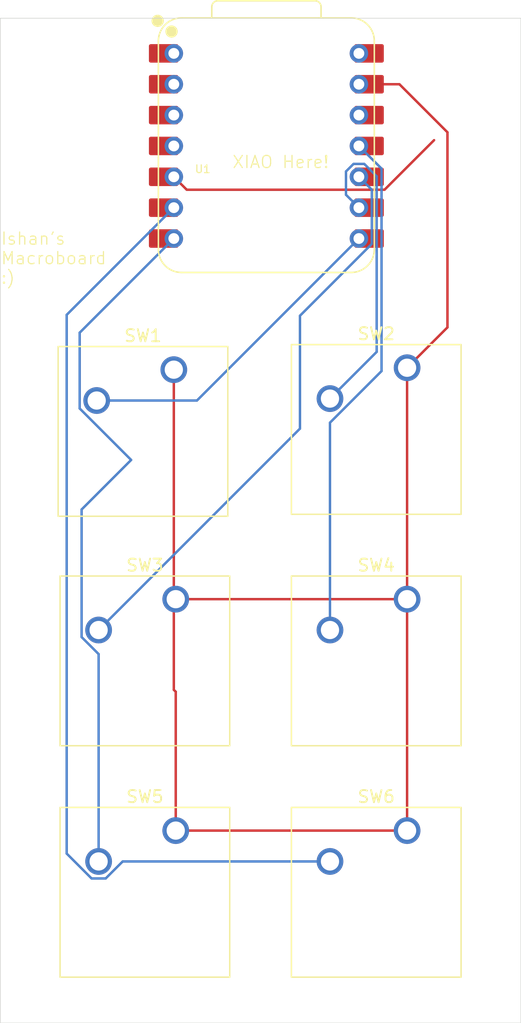
<source format=kicad_pcb>
(kicad_pcb (version 20241229) (generator "pcbnew") (generator_version "9.0")
  (layers (0 "F.Cu" signal) (2 "B.Cu" signal) (13 "F.Paste" user) (15 "B.Paste" user) (5 "F.SilkS" user "F.Silkscreen") (7 "B.SilkS" user "B.Silkscreen") (1 "F.Mask" user) (3 "B.Mask" user) (25 "Edge.Cuts" user))
  (net 0 "")
  (net 1 "unconnected-(U1-GPIO6{slash}SDA-Pad5)")
  (net 2 "GND")
  (net 3 "+5V")
  (net 4 "Net-(U1-GPIO1{slash}RX)")
  (net 5 "Net-(U1-GPIO2{slash}SCK)")
  (net 6 "Net-(U1-GPIO4{slash}MISO)")
  (net 7 "Net-(U1-GPIO3{slash}MOSI)")
  (net 8 "Net-(U1-GPIO0{slash}TX)")
  (net 9 "unconnected-(U1-GPIO28{slash}ADC2{slash}A2-Pad3)")
  (net 11 "Net-(U1-GPIO7{slash}SCL)")
  (footprint "Button_Switch_Keyboard:SW_Cherry_MX_1.00u_PCB" (layer "F.Cu") (at 133.50875 71.12)
    (property "Reference" "SW3" (at -2.54 -2.794 0) (layer "F.SilkS"))
    (property "Value" "SW_Push")
    (fp_line (start -9.525 -1.905) (end 4.445 -1.905) (stroke (width 0.12)) (layer "F.SilkS"))
    (fp_line (start -9.525 12.065) (end -9.525 -1.905) (stroke (width 0.12)) (layer "F.SilkS"))
    (fp_line (start 4.445 -1.905) (end 4.445 12.065) (stroke (width 0.12)) (layer "F.SilkS"))
    (fp_line (start 4.445 12.065) (end -9.525 12.065) (stroke (width 0.12)) (layer "F.SilkS"))
    (pad "" np_thru_hole circle (at -7.62 5.08) (size 1.7 1.7) (drill 1.7) (layers "*.Cu" "*.Mask"))
    (pad "" np_thru_hole circle (at -2.54 5.08) (size 4 4) (drill 4) (layers "*.Cu" "*.Mask"))
    (pad "" np_thru_hole circle (at 2.54 5.08) (size 1.7 1.7) (drill 1.7) (layers "*.Cu" "*.Mask"))
    (pad "1" thru_hole circle (at 0 0) (size 2.2 2.2) (drill 1.5) (layers "*.Cu" "*.Mask") (net 2 "GND"))
    (pad "2" thru_hole circle (at -6.35 2.54) (size 2.2 2.2) (drill 1.5) (layers "*.Cu" "*.Mask") (net 6 "Net-(U1-GPIO4{slash}MISO)"))
  )
  (footprint "Button_Switch_Keyboard:SW_Cherry_MX_1.00u_PCB" (layer "F.Cu") (at 152.55875 90.17)
    (property "Reference" "SW6" (at -2.54 -2.794 0) (layer "F.SilkS"))
    (property "Value" "SW_Push")
    (fp_line (start -9.525 -1.905) (end 4.445 -1.905) (stroke (width 0.12)) (layer "F.SilkS"))
    (fp_line (start -9.525 12.065) (end -9.525 -1.905) (stroke (width 0.12)) (layer "F.SilkS"))
    (fp_line (start 4.445 -1.905) (end 4.445 12.065) (stroke (width 0.12)) (layer "F.SilkS"))
    (fp_line (start 4.445 12.065) (end -9.525 12.065) (stroke (width 0.12)) (layer "F.SilkS"))
    (pad "" np_thru_hole circle (at -7.62 5.08) (size 1.7 1.7) (drill 1.7) (layers "*.Cu" "*.Mask"))
    (pad "" np_thru_hole circle (at -2.54 5.08) (size 4 4) (drill 4) (layers "*.Cu" "*.Mask"))
    (pad "" np_thru_hole circle (at 2.54 5.08) (size 1.7 1.7) (drill 1.7) (layers "*.Cu" "*.Mask"))
    (pad "1" thru_hole circle (at 0 0) (size 2.2 2.2) (drill 1.5) (layers "*.Cu" "*.Mask") (net 2 "GND"))
    (pad "2" thru_hole circle (at -6.35 2.54) (size 2.2 2.2) (drill 1.5) (layers "*.Cu" "*.Mask") (net 11 "Net-(U1-GPIO7{slash}SCL)"))
  )
  (footprint "Button_Switch_Keyboard:SW_Cherry_MX_1.00u_PCB" (layer "F.Cu") (at 133.35 52.22875)
    (property "Reference" "SW1" (at -2.54 -2.794 0) (layer "F.SilkS"))
    (property "Value" "SW_Push")
    (fp_line (start -9.525 -1.905) (end 4.445 -1.905) (stroke (width 0.12)) (layer "F.SilkS"))
    (fp_line (start -9.525 12.065) (end -9.525 -1.905) (stroke (width 0.12)) (layer "F.SilkS"))
    (fp_line (start 4.445 -1.905) (end 4.445 12.065) (stroke (width 0.12)) (layer "F.SilkS"))
    (fp_line (start 4.445 12.065) (end -9.525 12.065) (stroke (width 0.12)) (layer "F.SilkS"))
    (pad "" np_thru_hole circle (at -7.62 5.08) (size 1.7 1.7) (drill 1.7) (layers "*.Cu" "*.Mask"))
    (pad "" np_thru_hole circle (at -2.54 5.08) (size 4 4) (drill 4) (layers "*.Cu" "*.Mask"))
    (pad "" np_thru_hole circle (at 2.54 5.08) (size 1.7 1.7) (drill 1.7) (layers "*.Cu" "*.Mask"))
    (pad "1" thru_hole circle (at 0 0) (size 2.2 2.2) (drill 1.5) (layers "*.Cu" "*.Mask") (net 2 "GND"))
    (pad "2" thru_hole circle (at -6.35 2.54) (size 2.2 2.2) (drill 1.5) (layers "*.Cu" "*.Mask") (net 4 "Net-(U1-GPIO1{slash}RX)"))
  )
  (footprint "Button_Switch_Keyboard:SW_Cherry_MX_1.00u_PCB" (layer "F.Cu") (at 152.55875 71.12)
    (property "Reference" "SW4" (at -2.54 -2.794 0) (layer "F.SilkS"))
    (property "Value" "SW_Push")
    (fp_line (start -9.525 -1.905) (end 4.445 -1.905) (stroke (width 0.12)) (layer "F.SilkS"))
    (fp_line (start -9.525 12.065) (end -9.525 -1.905) (stroke (width 0.12)) (layer "F.SilkS"))
    (fp_line (start 4.445 -1.905) (end 4.445 12.065) (stroke (width 0.12)) (layer "F.SilkS"))
    (fp_line (start 4.445 12.065) (end -9.525 12.065) (stroke (width 0.12)) (layer "F.SilkS"))
    (pad "" np_thru_hole circle (at -7.62 5.08) (size 1.7 1.7) (drill 1.7) (layers "*.Cu" "*.Mask"))
    (pad "" np_thru_hole circle (at -2.54 5.08) (size 4 4) (drill 4) (layers "*.Cu" "*.Mask"))
    (pad "" np_thru_hole circle (at 2.54 5.08) (size 1.7 1.7) (drill 1.7) (layers "*.Cu" "*.Mask"))
    (pad "1" thru_hole circle (at 0 0) (size 2.2 2.2) (drill 1.5) (layers "*.Cu" "*.Mask") (net 2 "GND"))
    (pad "2" thru_hole circle (at -6.35 2.54) (size 2.2 2.2) (drill 1.5) (layers "*.Cu" "*.Mask") (net 7 "Net-(U1-GPIO3{slash}MOSI)"))
  )
  (footprint "Button_Switch_Keyboard:SW_Cherry_MX_1.00u_PCB" (layer "F.Cu") (at 152.55875 52.07)
    (property "Reference" "SW2" (at -2.54 -2.794 0) (layer "F.SilkS"))
    (property "Value" "SW_Push")
    (fp_line (start -9.525 -1.905) (end 4.445 -1.905) (stroke (width 0.12)) (layer "F.SilkS"))
    (fp_line (start -9.525 12.065) (end -9.525 -1.905) (stroke (width 0.12)) (layer "F.SilkS"))
    (fp_line (start 4.445 -1.905) (end 4.445 12.065) (stroke (width 0.12)) (layer "F.SilkS"))
    (fp_line (start 4.445 12.065) (end -9.525 12.065) (stroke (width 0.12)) (layer "F.SilkS"))
    (pad "" np_thru_hole circle (at -7.62 5.08) (size 1.7 1.7) (drill 1.7) (layers "*.Cu" "*.Mask"))
    (pad "" np_thru_hole circle (at -2.54 5.08) (size 4 4) (drill 4) (layers "*.Cu" "*.Mask"))
    (pad "" np_thru_hole circle (at 2.54 5.08) (size 1.7 1.7) (drill 1.7) (layers "*.Cu" "*.Mask"))
    (pad "1" thru_hole circle (at 0 0) (size 2.2 2.2) (drill 1.5) (layers "*.Cu" "*.Mask") (net 2 "GND"))
    (pad "2" thru_hole circle (at -6.35 2.54) (size 2.2 2.2) (drill 1.5) (layers "*.Cu" "*.Mask") (net 5 "Net-(U1-GPIO2{slash}SCK)"))
  )
  (footprint "Button_Switch_Keyboard:SW_Cherry_MX_1.00u_PCB" (layer "F.Cu") (at 133.50875 90.17)
    (property "Reference" "SW5" (at -2.54 -2.794 0) (layer "F.SilkS"))
    (property "Value" "SW_Push")
    (fp_line (start -9.525 -1.905) (end 4.445 -1.905) (stroke (width 0.12)) (layer "F.SilkS"))
    (fp_line (start -9.525 12.065) (end -9.525 -1.905) (stroke (width 0.12)) (layer "F.SilkS"))
    (fp_line (start 4.445 -1.905) (end 4.445 12.065) (stroke (width 0.12)) (layer "F.SilkS"))
    (fp_line (start 4.445 12.065) (end -9.525 12.065) (stroke (width 0.12)) (layer "F.SilkS"))
    (pad "" np_thru_hole circle (at -7.62 5.08) (size 1.7 1.7) (drill 1.7) (layers "*.Cu" "*.Mask"))
    (pad "" np_thru_hole circle (at -2.54 5.08) (size 4 4) (drill 4) (layers "*.Cu" "*.Mask"))
    (pad "" np_thru_hole circle (at 2.54 5.08) (size 1.7 1.7) (drill 1.7) (layers "*.Cu" "*.Mask"))
    (pad "1" thru_hole circle (at 0 0) (size 2.2 2.2) (drill 1.5) (layers "*.Cu" "*.Mask") (net 2 "GND"))
    (pad "2" thru_hole circle (at -6.35 2.54) (size 2.2 2.2) (drill 1.5) (layers "*.Cu" "*.Mask") (net 8 "Net-(U1-GPIO0{slash}TX)"))
  )
  (footprint "OPL Library:XIAO-RP2040-DIP" (layer "F.Cu") (at 140.97 33.81375)
    (property "Reference" "U1" (at -5.23875 1.905 0) (layer "F.SilkS") (effects (font (size 0.635 0.635) (thickness 0.1016))))
    (property "Value" "XIAO-RP2040-DIP")
    (fp_line (start -8.89 8.509) (end -8.89 -8.636) (stroke (width 0.127)) (layer "F.SilkS"))
    (fp_line (start -6.985 10.414) (end 6.985 10.414) (stroke (width 0.127)) (layer "F.SilkS"))
    (fp_line (start -4.495 -10.541) (end -4.491272 -11.451272) (stroke (width 0.127)) (layer "F.SilkS"))
    (fp_line (start -3.991272 -11.951) (end 4.004 -11.951) (stroke (width 0.127)) (layer "F.SilkS"))
    (fp_line (start 4.504 -11.451) (end 4.504 -10.541) (stroke (width 0.127)) (layer "F.SilkS"))
    (fp_line (start 6.985 -10.541) (end -6.985 -10.541) (stroke (width 0.1)) (layer "F.SilkS"))
    (fp_line (start 6.985 -10.541) (end -6.985 -10.541) (stroke (width 0.127)) (layer "F.SilkS"))
    (fp_line (start 8.89 8.509) (end 8.89 -8.636) (stroke (width 0.127)) (layer "F.SilkS"))
    (fp_arc (start -8.89 -8.636) (mid -8.332038 -9.983038) (end -6.985 -10.541) (stroke (width 0.127)) (layer "F.SilkS"))
    (fp_arc (start -6.985 10.414) (mid -8.332038 9.856038) (end -8.89 8.509) (stroke (width 0.127)) (layer "F.SilkS"))
    (fp_arc (start -4.491272 -11.451272) (mid -4.344728 -11.80464) (end -3.991272 -11.951) (stroke (width 0.127)) (layer "F.SilkS"))
    (fp_arc (start 4.004 -11.951) (mid 4.357553 -11.804553) (end 4.504 -11.451) (stroke (width 0.127)) (layer "F.SilkS"))
    (fp_arc (start 6.985 -10.541) (mid 8.332038 -9.983038) (end 8.89 -8.636) (stroke (width 0.127)) (layer "F.SilkS"))
    (fp_arc (start 8.89 8.509) (mid 8.332038 9.856038) (end 6.985 10.414) (stroke (width 0.127)) (layer "F.SilkS"))
    (fp_circle (center -8.95 -10.3) (end -8.95 -10.554) (stroke (width 0.5)) (fill yes) (layer "F.SilkS"))
    (fp_circle (center -7.807 -9.42) (end -7.807 -9.674) (stroke (width 0.5)) (fill yes) (layer "F.SilkS"))
    (pad "1" smd roundrect (at -8.455 -7.62 180) (size 2.432 1.524) (layers "F.Cu" "F.Mask") (roundrect_rratio 0.1))
    (pad "1" thru_hole circle (at -7.62 -7.62 180) (size 1.524 1.524) (drill 0.889) (layers "*.Cu" "*.Mask"))
    (pad "2" smd roundrect (at -8.455 -5.08 180) (size 2.432 1.524) (layers "F.Cu" "F.Mask") (roundrect_rratio 0.1))
    (pad "2" thru_hole circle (at -7.62 -5.08 180) (size 1.524 1.524) (drill 0.889) (layers "*.Cu" "*.Mask"))
    (pad "3" smd roundrect (at -8.455 -2.54 180) (size 2.432 1.524) (layers "F.Cu" "F.Mask") (roundrect_rratio 0.1) (net 9 "unconnected-(U1-GPIO28{slash}ADC2{slash}A2-Pad3)"))
    (pad "3" thru_hole circle (at -7.62 -2.54 180) (size 1.524 1.524) (drill 0.889) (layers "*.Cu" "*.Mask") (net 9 "unconnected-(U1-GPIO28{slash}ADC2{slash}A2-Pad3)"))
    (pad "4" smd roundrect (at -8.455 0 180) (size 2.432 1.524) (layers "F.Cu" "F.Mask") (roundrect_rratio 0.1))
    (pad "4" thru_hole circle (at -7.62 0 180) (size 1.524 1.524) (drill 0.889) (layers "*.Cu" "*.Mask"))
    (pad "5" smd roundrect (at -8.455 2.54 180) (size 2.432 1.524) (layers "F.Cu" "F.Mask") (roundrect_rratio 0.1) (net 1 "unconnected-(U1-GPIO6{slash}SDA-Pad5)"))
    (pad "5" thru_hole circle (at -7.62 2.54 180) (size 1.524 1.524) (drill 0.889) (layers "*.Cu" "*.Mask") (net 1 "unconnected-(U1-GPIO6{slash}SDA-Pad5)"))
    (pad "6" smd roundrect (at -8.455 5.08 180) (size 2.432 1.524) (layers "F.Cu" "F.Mask") (roundrect_rratio 0.1) (net 11 "Net-(U1-GPIO7{slash}SCL)"))
    (pad "6" thru_hole circle (at -7.62 5.08 180) (size 1.524 1.524) (drill 0.889) (layers "*.Cu" "*.Mask") (net 11 "Net-(U1-GPIO7{slash}SCL)"))
    (pad "7" smd roundrect (at -8.455 7.62 180) (size 2.432 1.524) (layers "F.Cu" "F.Mask") (roundrect_rratio 0.1) (net 8 "Net-(U1-GPIO0{slash}TX)"))
    (pad "7" thru_hole circle (at -7.62 7.62 180) (size 1.524 1.524) (drill 0.889) (layers "*.Cu" "*.Mask") (net 8 "Net-(U1-GPIO0{slash}TX)"))
    (pad "8" thru_hole circle (at 7.62 7.62) (size 1.524 1.524) (drill 0.889) (layers "*.Cu" "*.Mask") (net 4 "Net-(U1-GPIO1{slash}RX)"))
    (pad "8" smd roundrect (at 8.455 7.62) (size 2.432 1.524) (layers "F.Cu" "F.Mask") (roundrect_rratio 0.1) (net 4 "Net-(U1-GPIO1{slash}RX)"))
    (pad "9" thru_hole circle (at 7.62 5.08) (size 1.524 1.524) (drill 0.889) (layers "*.Cu" "*.Mask") (net 5 "Net-(U1-GPIO2{slash}SCK)"))
    (pad "9" smd roundrect (at 8.455 5.08) (size 2.432 1.524) (layers "F.Cu" "F.Mask") (roundrect_rratio 0.1) (net 5 "Net-(U1-GPIO2{slash}SCK)"))
    (pad "10" thru_hole circle (at 7.62 2.54) (size 1.524 1.524) (drill 0.889) (layers "*.Cu" "*.Mask") (net 6 "Net-(U1-GPIO4{slash}MISO)"))
    (pad "10" smd roundrect (at 8.455 2.54) (size 2.432 1.524) (layers "F.Cu" "F.Mask") (roundrect_rratio 0.1) (net 6 "Net-(U1-GPIO4{slash}MISO)"))
    (pad "11" thru_hole circle (at 7.62 0) (size 1.524 1.524) (drill 0.889) (layers "*.Cu" "*.Mask") (net 7 "Net-(U1-GPIO3{slash}MOSI)"))
    (pad "11" smd roundrect (at 8.455 0) (size 2.432 1.524) (layers "F.Cu" "F.Mask") (roundrect_rratio 0.1) (net 7 "Net-(U1-GPIO3{slash}MOSI)"))
    (pad "12" thru_hole circle (at 7.62 -2.54) (size 1.524 1.524) (drill 0.889) (layers "*.Cu" "*.Mask"))
    (pad "12" smd roundrect (at 8.455 -2.54) (size 2.432 1.524) (layers "F.Cu" "F.Mask") (roundrect_rratio 0.1))
    (pad "13" thru_hole circle (at 7.62 -5.08) (size 1.524 1.524) (drill 0.889) (layers "*.Cu" "*.Mask") (net 2 "GND"))
    (pad "13" smd roundrect (at 8.455 -5.08) (size 2.432 1.524) (layers "F.Cu" "F.Mask") (roundrect_rratio 0.1) (net 2 "GND"))
    (pad "14" thru_hole circle (at 7.62 -7.62) (size 1.524 1.524) (drill 0.889) (layers "*.Cu" "*.Mask") (net 3 "+5V"))
    (pad "14" smd roundrect (at 8.455 -7.62) (size 2.432 1.524) (layers "F.Cu" "F.Mask") (roundrect_rratio 0.1) (net 3 "+5V"))
  )
  (gr_rect (start 119.0625 23.3) (end 161.925 106) (stroke (width 0.05)) (fill no) (layer "Edge.Cuts"))
  (gr_text "Ishan's\nMacroboard\n:)" (at 119.0625 45.24375 0) (layer "F.SilkS") (effects (font (size 1 1) (thickness 0.1)) (justify left bottom)))
  (gr_text "XIAO Here!" (at 138.1125 35.71875 0) (layer "F.SilkS") (effects (font (size 1 1) (thickness 0.1)) (justify left bottom)))
  (segment (start 150.702 37.41675) (end 134.413 37.41675) (width 0.2) (layer "F.Cu") (net 1))
  (segment (start 134.413 37.41675) (end 133.35 36.35375) (width 0.2) (layer "F.Cu") (net 1))
  (segment (start 154.78125 33.3375) (end 150.702 37.41675) (width 0.2) (layer "F.Cu") (net 1))
  (segment (start 152.55875 52.07) (end 152.55875 90.17) (width 0.2) (layer "F.Cu") (net 2))
  (segment (start 133.50875 71.12) (end 152.55875 71.12) (width 0.2) (layer "F.Cu") (net 2))
  (segment (start 133.50875 90.17) (end 152.55875 90.17) (width 0.2) (layer "F.Cu") (net 2))
  (segment (start 155.88225 48.7465) (end 152.55875 52.07) (width 0.2) (layer "F.Cu") (net 2))
  (segment (start 151.9275 28.73375) (end 148.59 28.73375) (width 0.2) (layer "F.Cu") (net 2))
  (segment (start 154.78125 31.5875) (end 151.9275 28.73375) (width 0.2) (layer "F.Cu") (net 2))
  (segment (start 133.35 52.22875) (end 133.35 78.58125) (width 0.2) (layer "F.Cu") (net 2))
  (segment (start 154.78125 31.5875) (end 155.88225 32.6885) (width 0.2) (layer "F.Cu") (net 2))
  (segment (start 155.88225 32.6885) (end 155.88225 48.7465) (width 0.2) (layer "F.Cu") (net 2))
  (segment (start 133.50875 78.74) (end 133.50875 90.17) (width 0.2) (layer "F.Cu") (net 2))
  (segment (start 133.35 78.58125) (end 133.50875 78.74) (width 0.2) (layer "F.Cu") (net 2))
  (segment (start 135.255 54.76875) (end 148.59 41.43375) (width 0.2) (layer "B.Cu") (net 4))
  (segment (start 127 54.76875) (end 135.255 54.76875) (width 0.2) (layer "B.Cu") (net 4))
  (segment (start 149.03031 35.29075) (end 148.14969 35.29075) (width 0.2) (layer "B.Cu") (net 5))
  (segment (start 146.20875 54.61) (end 150.054 50.76475) (width 0.2) (layer "B.Cu") (net 5))
  (segment (start 147.527 37.83075) (end 148.59 38.89375) (width 0.2) (layer "B.Cu") (net 5))
  (segment (start 147.527 35.91344) (end 147.527 37.83075) (width 0.2) (layer "B.Cu") (net 5))
  (segment (start 150.054 36.31444) (end 149.03031 35.29075) (width 0.2) (layer "B.Cu") (net 5))
  (segment (start 148.14969 35.29075) (end 147.527 35.91344) (width 0.2) (layer "B.Cu") (net 5))
  (segment (start 150.054 50.76475) (end 150.054 36.31444) (width 0.2) (layer "B.Cu") (net 5))
  (segment (start 149.653 37.41675) (end 148.59 36.35375) (width 0.2) (layer "B.Cu") (net 6))
  (segment (start 127.15875 73.66) (end 143.73775 57.081) (width 0.2) (layer "B.Cu") (net 6))
  (segment (start 149.653 41.87406) (end 149.653 37.41675) (width 0.2) (layer "B.Cu") (net 6))
  (segment (start 143.73775 47.78931) (end 149.653 41.87406) (width 0.2) (layer "B.Cu") (net 6))
  (segment (start 143.73775 57.081) (end 143.73775 47.78931) (width 0.2) (layer "B.Cu") (net 6))
  (segment (start 146.20875 56.591314) (end 150.455 52.345064) (width 0.2) (layer "B.Cu") (net 7))
  (segment (start 150.455 52.345064) (end 150.455 35.67875) (width 0.2) (layer "B.Cu") (net 7))
  (segment (start 150.455 35.67875) (end 148.59 33.81375) (width 0.2) (layer "B.Cu") (net 7))
  (segment (start 146.20875 73.66) (end 146.20875 56.591314) (width 0.2) (layer "B.Cu") (net 7))
  (segment (start 127.15875 75.641314) (end 125.75775 74.240314) (width 0.2) (layer "B.Cu") (net 8))
  (segment (start 125.75775 74.240314) (end 125.75775 63.738184) (width 0.2) (layer "B.Cu") (net 8))
  (segment (start 129.836184 59.65975) (end 125.599 55.422566) (width 0.2) (layer "B.Cu") (net 8))
  (segment (start 125.75775 63.738184) (end 129.836184 59.65975) (width 0.2) (layer "B.Cu") (net 8))
  (segment (start 125.599 49.18475) (end 133.35 41.43375) (width 0.2) (layer "B.Cu") (net 8))
  (segment (start 125.599 55.422566) (end 125.599 49.18475) (width 0.2) (layer "B.Cu") (net 8))
  (segment (start 127.15875 92.71) (end 127.15875 75.641314) (width 0.2) (layer "B.Cu") (net 8))
  (segment (start 133.35 31.27375) (end 132.515 31.27375) (width 0.2) (layer "F.Cu") (net 9))
  (segment (start 124.529 47.71475) (end 133.35 38.89375) (width 0.2) (layer "B.Cu") (net 11))
  (segment (start 124.529 92.061564) (end 124.529 47.71475) (width 0.2) (layer "B.Cu") (net 11))
  (segment (start 146.20875 92.71) (end 129.140064 92.71) (width 0.2) (layer "B.Cu") (net 11))
  (segment (start 126.578436 94.111) (end 124.529 92.061564) (width 0.2) (layer "B.Cu") (net 11))
  (segment (start 127.739064 94.111) (end 126.578436 94.111) (width 0.2) (layer "B.Cu") (net 11))
  (segment (start 129.140064 92.71) (end 127.739064 94.111) (width 0.2) (layer "B.Cu") (net 11))
)
</source>
